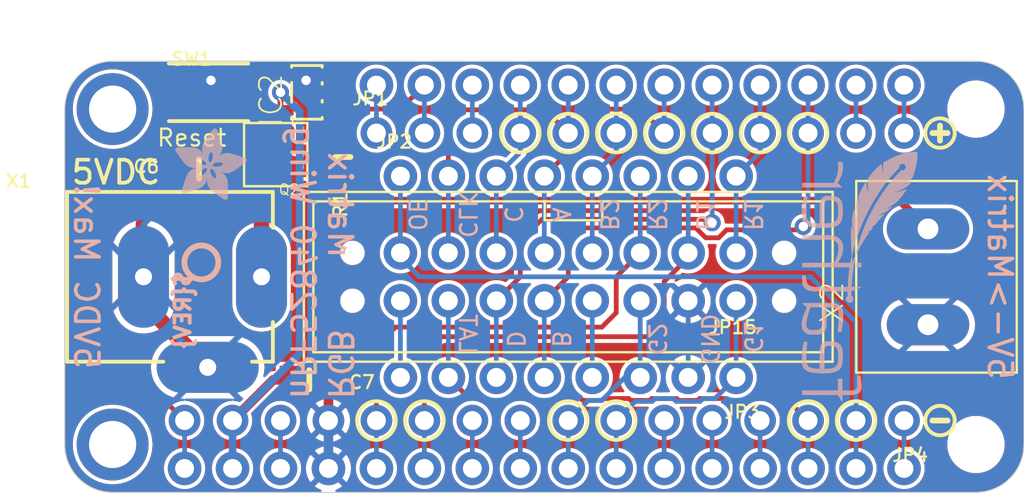
<source format=kicad_pcb>
(kicad_pcb (version 20221018) (generator pcbnew)
  (layers (0 "F.Cu" signal) (31 "B.Cu" signal) (34 "B.Paste" user) (35 "F.Paste" user) (36 "B.SilkS" user "B.Silkscreen") (37 "F.SilkS" user "F.Silkscreen") (38 "B.Mask" user) (39 "F.Mask" user) (44 "Edge.Cuts" user))
  (net 0 "")
  (net 1 "MISO")
  (net 2 "MOSI")
  (net 3 "SCK")
  (net 4 "RESET")
  (net 5 "VBAT")
  (net 6 "USB")
  (net 7 "SCL")
  (net 8 "SDA")
  (net 9 "GND")
  (net 10 "EN")
  (net 11 "G")
  (net 12 "AREF")
  (net 13 "R1")
  (net 14 "B1")
  (net 15 "R2")
  (net 16 "B2")
  (net 17 "ADDR_A")
  (net 18 "ADDR_C")
  (net 19 "LAT")
  (net 20 "G1")
  (net 21 "E'")
  (net 22 "E''")
  (net 23 "+5V")
  (net 24 "ADDR_B")
  (net 25 "CLK")
  (net 26 "OE")
  (net 27 "G2")
  (net 28 "ADDR_D")
  (net 29 "+3V3")
  (net 30 "VIN")
  (net 31 "A2")
  (net 32 "A3")
  (footprint "working:BTN_KMR2_4.6X2.8" (layer "F.Cu") (at 130.7211 95.2246)
    (fp_text reference "SW1" (at -2.032 -1.778) (layer "F.SilkS") (effects (font (size 0.692831 0.692831) (thickness 0.119969)) (justify left)))
    (fp_text value "KMR2")
    (pad "A" smd rect (at 2.05 -0.8) (size 0.9 0.9) (layers "F.Cu" "F.Paste" "F.Mask") (net 9 "GND"))
    (pad "A'" smd rect (at -2.05 -0.8) (size 0.9 0.9) (layers "F.Cu" "F.Paste" "F.Mask") (net 9 "GND"))
    (pad "B" smd rect (at 2.05 0.8) (size 0.9 0.9) (layers "F.Cu" "F.Paste" "F.Mask") (net 4 "RESET"))
    (pad "B'" smd rect (at -2.05 0.8) (size 0.9 0.9) (layers "F.Cu" "F.Paste" "F.Mask") (net 4 "RESET"))
  )
  (footprint "working:SOT23-5L" (layer "F.Cu") (at 135.9281 95.2246 90)
    (fp_text reference "IC2" (at -1.905 -1.905 90) (layer "F.SilkS") (effects (font (size 1.176528 1.176528) (thickness 0.093472)) (justify left)))
    (fp_text value "AP2112K-3.3")
    (pad "1" smd rect (at -0.95 1.3 90) (size 0.55 1.2) (layers "F.Cu" "F.Paste" "F.Mask") (net 23 "+5V"))
    (pad "2" smd rect (at 0 1.3 90) (size 0.55 1.2) (layers "F.Cu" "F.Paste" "F.Mask") (net 9 "GND"))
    (pad "3" smd rect (at 0.95 1.3 90) (size 0.55 1.2) (layers "F.Cu" "F.Paste" "F.Mask") (net 10 "EN"))
    (pad "4" smd rect (at 0.95 -1.3 90) (size 0.55 1.2) (layers "F.Cu" "F.Paste" "F.Mask"))
    (pad "5" smd rect (at -0.95 -1.3 90) (size 0.55 1.2) (layers "F.Cu" "F.Paste" "F.Mask") (net 29 "+3V3"))
  )
  (footprint "working:1X08_ROUND_70" (layer "F.Cu") (at 149.7711 110.3376 180)
    (fp_text reference "JP3" (at -10.2362 -1.8288) (layer "F.SilkS") (effects (font (size 0.692831 0.692831) (thickness 0.119969)) (justify right)))
    (fp_text value "")
    (pad "1" thru_hole circle (at -8.89 0 270) (size 1.778 1.778) (drill 1) (layers "*.Cu" "*.Mask") (net 20 "G1"))
    (pad "2" thru_hole circle (at -6.35 0 270) (size 1.778 1.778) (drill 1) (layers "*.Cu" "*.Mask") (net 9 "GND"))
    (pad "3" thru_hole circle (at -3.81 0 270) (size 1.778 1.778) (drill 1) (layers "*.Cu" "*.Mask") (net 27 "G2"))
    (pad "4" thru_hole circle (at -1.27 0 270) (size 1.778 1.778) (drill 1) (layers "*.Cu" "*.Mask") (net 21 "E'"))
    (pad "5" thru_hole circle (at 1.27 0 270) (size 1.778 1.778) (drill 1) (layers "*.Cu" "*.Mask") (net 24 "ADDR_B"))
    (pad "6" thru_hole circle (at 3.81 0 270) (size 1.778 1.778) (drill 1) (layers "*.Cu" "*.Mask") (net 28 "ADDR_D"))
    (pad "7" thru_hole circle (at 6.35 0 270) (size 1.778 1.778) (drill 1) (layers "*.Cu" "*.Mask") (net 19 "LAT"))
    (pad "8" thru_hole circle (at 8.89 0 270) (size 1.778 1.778) (drill 1) (layers "*.Cu" "*.Mask") (net 22 "E''"))
  )
  (footprint "working:2X08_SHROUDED" (layer "F.Cu") (at 149.7711 105.0036 180)
    (fp_text reference "JP15" (at -10.06 -2.675) (layer "F.SilkS") (effects (font (size 0.692831 0.692831) (thickness 0.119969)) (justify right)))
    (fp_text value "Shrouded 2x8")
    (pad "1" thru_hole circle (at -8.89 1.27 180) (size 1.778 1.778) (drill 1) (layers "*.Cu" "*.Mask") (net 13 "R1"))
    (pad "2" thru_hole circle (at -8.89 -1.27 180) (size 1.778 1.778) (drill 1) (layers "*.Cu" "*.Mask") (net 20 "G1"))
    (pad "3" thru_hole circle (at -6.35 1.27 180) (size 1.778 1.778) (drill 1) (layers "*.Cu" "*.Mask") (net 14 "B1"))
    (pad "4" thru_hole circle (at -6.35 -1.27 180) (size 1.778 1.778) (drill 1) (layers "*.Cu" "*.Mask") (net 9 "GND"))
    (pad "5" thru_hole circle (at -3.81 1.27 180) (size 1.778 1.778) (drill 1) (layers "*.Cu" "*.Mask") (net 15 "R2"))
    (pad "6" thru_hole circle (at -3.81 -1.27 180) (size 1.778 1.778) (drill 1) (layers "*.Cu" "*.Mask") (net 27 "G2"))
    (pad "7" thru_hole circle (at -1.27 1.27 180) (size 1.778 1.778) (drill 1) (layers "*.Cu" "*.Mask") (net 16 "B2"))
    (pad "8" thru_hole circle (at -1.27 -1.27 180) (size 1.778 1.778) (drill 1) (layers "*.Cu" "*.Mask") (net 21 "E'"))
    (pad "9" thru_hole circle (at 1.27 1.27 180) (size 1.778 1.778) (drill 1) (layers "*.Cu" "*.Mask") (net 17 "ADDR_A"))
    (pad "10" thru_hole circle (at 1.27 -1.27 180) (size 1.778 1.778) (drill 1) (layers "*.Cu" "*.Mask") (net 24 "ADDR_B"))
    (pad "11" thru_hole circle (at 3.81 1.27 180) (size 1.778 1.778) (drill 1) (layers "*.Cu" "*.Mask") (net 18 "ADDR_C"))
    (pad "12" thru_hole circle (at 3.81 -1.27 180) (size 1.778 1.778) (drill 1) (layers "*.Cu" "*.Mask") (net 28 "ADDR_D"))
    (pad "13" thru_hole circle (at 6.35 1.27 180) (size 1.778 1.778) (drill 1) (layers "*.Cu" "*.Mask") (net 25 "CLK"))
    (pad "14" thru_hole circle (at 6.35 -1.27 180) (size 1.778 1.778) (drill 1) (layers "*.Cu" "*.Mask") (net 19 "LAT"))
    (pad "15" thru_hole circle (at 8.89 1.27 180) (size 1.778 1.778) (drill 1) (layers "*.Cu" "*.Mask") (net 26 "OE"))
    (pad "16" thru_hole circle (at 8.89 -1.27 180) (size 1.778 1.778) (drill 1) (layers "*.Cu" "*.Mask") (net 22 "E''"))
  )
  (footprint "working:FIDUCIAL_1MM" (layer "F.Cu") (at 124.6251 110.7186)
    (fp_text reference "FID3" hide)
    (fp_text value "FIDUCIAL_1MM" hide)
    (pad "1" smd roundrect (at 0 0) (size 1 1) (layers "F.Cu" "F.Mask") (roundrect_rratio 0.5))
  )
  (footprint "working:FIDUCIAL_1MM" (layer "F.Cu") (at 171.9961 110.0836)
    (fp_text reference "FID1" hide)
    (fp_text value "FIDUCIAL_1MM" hide)
    (pad "1" smd roundrect (at 0 0) (size 1 1) (layers "F.Cu" "F.Mask") (roundrect_rratio 0.5))
  )
  (footprint "working:1X16_ROUND" (layer "F.Cu") (at 148.5011 112.6236 180)
    (fp_text reference "JP4" (at -20.3962 -1.8288) (layer "F.SilkS") (effects (font (size 0.692831 0.692831) (thickness 0.119969)) (justify right)))
    (fp_text value "")
    (pad "1" thru_hole circle (at -19.05 0 270) (size 1.6764 1.6764) (drill 1) (layers "*.Cu" "*.Mask") (net 11 "G"))
    (pad "2" thru_hole circle (at -16.51 0 270) (size 1.6764 1.6764) (drill 1) (layers "*.Cu" "*.Mask") (net 26 "OE"))
    (pad "3" thru_hole circle (at -13.97 0 270) (size 1.6764 1.6764) (drill 1) (layers "*.Cu" "*.Mask") (net 19 "LAT"))
    (pad "4" thru_hole circle (at -11.43 0 270) (size 1.6764 1.6764) (drill 1) (layers "*.Cu" "*.Mask") (net 1 "MISO"))
    (pad "5" thru_hole circle (at -8.89 0 270) (size 1.6764 1.6764) (drill 1) (layers "*.Cu" "*.Mask") (net 2 "MOSI"))
    (pad "6" thru_hole circle (at -6.35 0 270) (size 1.6764 1.6764) (drill 1) (layers "*.Cu" "*.Mask") (net 3 "SCK"))
    (pad "7" thru_hole circle (at -3.81 0 270) (size 1.6764 1.6764) (drill 1) (layers "*.Cu" "*.Mask") (net 20 "G1"))
    (pad "8" thru_hole circle (at -1.27 0 270) (size 1.6764 1.6764) (drill 1) (layers "*.Cu" "*.Mask") (net 27 "G2"))
    (pad "9" thru_hole circle (at 1.27 0 270) (size 1.6764 1.6764) (drill 1) (layers "*.Cu" "*.Mask") (net 32 "A3"))
    (pad "10" thru_hole circle (at 3.81 0 270) (size 1.6764 1.6764) (drill 1) (layers "*.Cu" "*.Mask") (net 31 "A2"))
    (pad "11" thru_hole circle (at 6.35 0 270) (size 1.6764 1.6764) (drill 1) (layers "*.Cu" "*.Mask") (net 14 "B1"))
    (pad "12" thru_hole circle (at 8.89 0 270) (size 1.6764 1.6764) (drill 1) (layers "*.Cu" "*.Mask") (net 15 "R2"))
    (pad "13" thru_hole circle (at 11.43 0 270) (size 1.6764 1.6764) (drill 1) (layers "*.Cu" "*.Mask") (net 9 "GND"))
    (pad "14" thru_hole circle (at 13.97 0 270) (size 1.6764 1.6764) (drill 1) (layers "*.Cu" "*.Mask") (net 12 "AREF"))
    (pad "15" thru_hole circle (at 16.51 0 270) (size 1.6764 1.6764) (drill 1) (layers "*.Cu" "*.Mask") (net 29 "+3V3"))
    (pad "16" thru_hole circle (at 19.05 0 270) (size 1.6764 1.6764) (drill 1) (layers "*.Cu" "*.Mask") (net 4 "RESET"))
  )
  (footprint "working:TERMBLOCK_508_1X2" (layer "F.Cu") (at 168.8211 105.0036 90)
    (fp_text reference "X2" (at -2.54 -5.08 90) (layer "F.SilkS") (effects (font (size 1.176528 1.176528) (thickness 0.093472)) (justify left)))
    (fp_text value "5.08mm" hide)
    (pad "P$3" thru_hole oval (at -2.54 0 180) (size 4.3688 2.1844) (drill 1.1) (layers "*.Cu" "*.Mask") (net 9 "GND"))
    (pad "P$4" thru_hole oval (at 2.54 0 180) (size 4.3688 2.1844) (drill 1.1) (layers "*.Cu" "*.Mask") (net 23 "+5V"))
  )
  (footprint "working:SYMBOL_MINUS" (layer "F.Cu") (at 169.4561 112.6236)
    (fp_text reference "U$6" hide)
    (fp_text value "" hide)
  )
  (footprint "working:POWERDI3333" (layer "F.Cu") (at 134.2771 98.5266 180)
    (fp_text reference "Q2" (at -1.3 -1.85) (layer "F.SilkS") (effects (font (size 0.545226 0.545226) (thickness 0.064374)) (justify right)))
    (fp_text value "AON7401")
    (pad "1" smd rect (at -1.7 -0.975 180) (size 0.7 0.42) (layers "F.Cu" "F.Paste" "F.Mask") (net 23 "+5V"))
    (pad "2" smd rect (at -1.7 -0.325 180) (size 0.7 0.42) (layers "F.Cu" "F.Paste" "F.Mask") (net 23 "+5V"))
    (pad "3" smd rect (at -1.7 0.325 180) (size 0.7 0.42) (layers "F.Cu" "F.Paste" "F.Mask") (net 23 "+5V"))
    (pad "4" smd rect (at -1.7 0.975 180) (size 0.7 0.42) (layers "F.Cu" "F.Paste" "F.Mask") (net 9 "GND"))
    (pad "5678" smd rect (at 0.75 0 90) (size 2.35 2.25) (layers "F.Cu" "F.Paste" "F.Mask") (net 30 "VIN"))
  )
  (footprint "working:DCJACK_2MM_PTH" (layer "F.Cu") (at 119.9261 105.0036)
    (fp_text reference "X1" (at 0 -5.08) (layer "F.SilkS") (effects (font (size 0.692831 0.692831) (thickness 0.119969)) (justify left)))
    (fp_text value "2.1mm")
    (pad "GND" thru_hole oval (at 7.35 0 270) (size 5.4 2.7) (drill 0.9) (layers "*.Cu" "*.Mask") (net 9 "GND"))
    (pad "GNDBREAK" thru_hole oval (at 10.75 4.8) (size 5.4 2.7) (drill 0.9) (layers "*.Cu" "*.Mask") (net 9 "GND"))
    (pad "PWR" thru_hole oval (at 13.6 0 270) (size 5.4 2.7) (drill 0.9) (layers "*.Cu" "*.Mask") (net 30 "VIN"))
  )
  (footprint "working:0603-NO" (layer "F.Cu") (at 137.8331 98.6536 -90)
    (fp_text reference "R1" (at 1.778 0.127 90) (layer "F.SilkS") (effects (font (size 0.692831 0.692831) (thickness 0.119969)) (justify right)))
    (fp_text value "10K")
    (pad "1" smd rect (at -0.85 0 270) (size 1.075 1) (layers "F.Cu" "F.Paste" "F.Mask") (net 10 "EN"))
    (pad "2" smd rect (at 0.85 0 270) (size 1.075 1) (layers "F.Cu" "F.Paste" "F.Mask") (net 23 "+5V"))
  )
  (footprint "" (layer "F.Cu") (at 138.3411 106.2736)
    (fp_text reference "@HOLE1" hide)
    (fp_text value "" (at 0 0) (layer "F.SilkS") (effects (font (size 1.27 1.27))))
    (pad "" np_thru_hole circle (at 0 0) (size 0.8 0.8) (drill 0.8) (layers "*.Cu" "*.Mask"))
  )
  (footprint "working:SYMBOL_PLUS" (layer "F.Cu") (at 169.4561 97.3836)
    (fp_text reference "U$1" hide)
    (fp_text value "" hide)
  )
  (footprint "working:FEATHERWING" (layer "F.Cu") (at 123.1011 116.4336)
    (fp_text reference "MS1" hide)
    (fp_text value "FEATHERWING" hide)
    (fp_line (start 0 -20.32) (end 0 -2.54) (stroke (width 0.05)) (layer "Edge.Cuts"))
    (fp_line (start 2.54 0) (end 48.26 0) (stroke (width 0.05)) (layer "Edge.Cuts"))
    (fp_line (start 48.26 -22.86) (end 2.54 -22.86) (stroke (width 0.05)) (layer "Edge.Cuts"))
    (fp_line (start 50.8 -2.54) (end 50.8 -20.32) (stroke (width 0.05)) (layer "Edge.Cuts"))
    (fp_arc (start 0 -20.32) (mid 0.743949 -22.116051) (end 2.54 -22.86) (stroke (width 0.05)) (layer "Edge.Cuts"))
    (fp_arc (start 2.54 0) (mid 0.743949 -0.743949) (end 0 -2.54) (stroke (width 0.05)) (layer "Edge.Cuts"))
    (fp_arc (start 48.26 -22.86) (mid 50.056051 -22.116051) (end 50.8 -20.32) (stroke (width 0.05)) (layer "Edge.Cuts"))
    (fp_arc (start 50.8 -2.54) (mid 50.056051 -0.743949) (end 48.26 0) (stroke (width 0.05)) (layer "Edge.Cuts"))
    (pad "" np_thru_hole circle (at 48.26 -20.32) (size 2.54 2.54) (drill 2.54) (layers "*.Cu" "*.Mask"))
    (pad "" np_thru_hole circle (at 48.26 -2.54) (size 2.54 2.54) (drill 2.54) (layers "*.Cu" "*.Mask"))
    (pad "1" thru_hole circle (at 6.35 -1.27) (size 1.778 1.778) (drill 1) (layers "*.Cu" "*.Mask") (net 4 "RESET"))
    (pad "2" thru_hole circle (at 8.89 -1.27) (size 1.778 1.778) (drill 1) (layers "*.Cu" "*.Mask") (net 29 "+3V3"))
    (pad "3" thru_hole circle (at 11.43 -1.27) (size 1.778 1.778) (drill 1) (layers "*.Cu" "*.Mask") (net 12 "AREF"))
    (pad "4" thru_hole circle (at 13.97 -1.27) (size 1.778 1.778) (drill 1) (layers "*.Cu" "*.Mask") (net 9 "GND"))
    (pad "5" thru_hole circle (at 16.51 -1.27) (size 1.778 1.778) (drill 1) (layers "*.Cu" "*.Mask") (net 15 "R2"))
    (pad "6" thru_hole circle (at 19.05 -1.27) (size 1.778 1.778) (drill 1) (layers "*.Cu" "*.Mask") (net 14 "B1"))
    (pad "7" thru_hole circle (at 21.59 -1.27) (size 1.778 1.778) (drill 1) (layers "*.Cu" "*.Mask") (net 31 "A2"))
    (pad "8" thru_hole circle (at 24.13 -1.27) (size 1.778 1.778) (drill 1) (layers "*.Cu" "*.Mask") (net 32 "A3"))
    (pad "9" thru_hole circle (at 26.67 -1.27) (size 1.778 1.778) (drill 1) (layers "*.Cu" "*.Mask") (net 27 "G2"))
    (pad "10" thru_hole circle (at 29.21 -1.27) (size 1.778 1.778) (drill 1) (layers "*.Cu" "*.Mask") (net 20 "G1"))
    (pad "11" thru_hole circle (at 31.75 -1.27) (size 1.778 1.778) (drill 1) (layers "*.Cu" "*.Mask") (net 3 "SCK"))
    (pad "12" thru_hole circle (at 34.29 -1.27) (size 1.778 1.778) (drill 1) (layers "*.Cu" "*.Mask") (net 2 "MOSI"))
    (pad "13" thru_hole circle (at 36.83 -1.27) (size 1.778 1.778) (drill 1) (layers "*.Cu" "*.Mask") (net 1 "MISO"))
    (pad "14" thru_hole circle (at 39.37 -1.27) (size 1.778 1.778) (drill 1) (layers "*.Cu" "*.Mask") (net 19 "LAT"))
    (pad "15" thru_hole circle (at 41.91 -1.27) (size 1.778 1.778) (drill 1) (layers "*.Cu" "*.Mask") (net 26 "OE"))
    (pad "16" thru_hole circle (at 44.45 -1.27) (size 1.778 1.778) (drill 1) (layers "*.Cu" "*.Mask") (net 11 "G"))
    (pad "17" thru_hole circle (at 44.45 -21.59) (size 1.778 1.778) (drill 1) (layers "*.Cu" "*.Mask") (net 8 "SDA"))
    (pad "18" thru_hole circle (at 41.91 -21.59) (size 1.778 1.778) (drill 1) (layers "*.Cu" "*.Mask") (net 7 "SCL"))
    (pad "19" thru_hole circle (at 39.37 -21.59) (size 1.778 1.778) (drill 1) (layers "*.Cu" "*.Mask") (net 24 "ADDR_B"))
    (pad "20" thru_hole circle (at 36.83 -21.59) (size 1.778 1.778) (drill 1) (layers "*.Cu" "*.Mask") (net 13 "R1"))
    (pad "21" thru_hole circle (at 34.29 -21.59) (size 1.778 1.778) (drill 1) (layers "*.Cu" "*.Mask") (net 28 "ADDR_D"))
    (pad "22" thru_hole circle (at 31.75 -21.59) (size 1.778 1.778) (drill 1) (layers "*.Cu" "*.Mask") (net 17 "ADDR_A"))
    (pad "23" thru_hole circle (at 29.21 -21.59) (size 1.778 1.778) (drill 1) (layers "*.Cu" "*.Mask") (net 16 "B2"))
    (pad "24" thru_hole circle (at 26.67 -21.59) (size 1.778 1.778) (drill 1) (layers "*.Cu" "*.Mask") (net 25 "CLK"))
    (pad "25" thru_hole circle (at 24.13 -21.59) (size 1.778 1.778) (drill 1) (layers "*.Cu" "*.Mask") (net 18 "ADDR_C"))
    (pad "26" thru_hole circle (at 21.59 -21.59) (size 1.778 1.778) (drill 1) (layers "*.Cu" "*.Mask") (net 6 "USB"))
    (pad "27" thru_hole circle (at 19.05 -21.59) (size 1.778 1.778) (drill 1) (layers "*.Cu" "*.Mask") (net 10 "EN"))
    (pad "28" thru_hole circle (at 16.51 -21.59) (size 1.778 1.778) (drill 1) (layers "*.Cu" "*.Mask") (net 5 "VBAT"))
    (pad "P$1" thru_hole circle (at 2.54 -20.32) (size 3.81 3.81) (drill 2.5) (layers "*.Cu" "*.Mask"))
    (pad "P$2" thru_hole circle (at 2.54 -2.54) (size 3.81 3.81) (drill 2.5) (layers "*.Cu" "*.Mask"))
  )
  (footprint "" (layer "F.Cu") (at 161.2011 103.7336)
    (fp_text reference "@HOLE2" hide)
    (fp_text value "" (at 0 0) (layer "F.SilkS") (effects (font (size 1.27 1.27))))
    (pad "" np_thru_hole circle (at 0 0) (size 0.8 0.8) (drill 0.8) (layers "*.Cu" "*.Mask"))
  )
  (footprint "working:1X12_ROUND" (layer "F.Cu") (at 153.5811 97.3836)
    (fp_text reference "JP1" (at -15.3162 -1.8288) (layer "F.SilkS") (effects (font (size 0.692831 0.692831) (thickness 0.119969)) (justify left)))
    (fp_text value "")
    (pad "1" thru_hole circle (at -13.97 0 90) (size 1.6764 1.6764) (drill 1) (layers "*.Cu" "*.Mask") (net 5 "VBAT"))
    (pad "2" thru_hole circle (at -11.43 0 90) (size 1.6764 1.6764) (drill 1) (layers "*.Cu" "*.Mask") (net 10 "EN"))
    (pad "3" thru_hole circle (at -8.89 0 90) (size 1.6764 1.6764) (drill 1) (layers "*.Cu" "*.Mask") (net 6 "USB"))
    (pad "4" thru_hole circle (at -6.35 0 90) (size 1.6764 1.6764) (drill 1) (layers "*.Cu" "*.Mask") (net 18 "ADDR_C"))
    (pad "5" thru_hole circle (at -3.81 0 90) (size 1.6764 1.6764) (drill 1) (layers "*.Cu" "*.Mask") (net 25 "CLK"))
    (pad "6" thru_hole circle (at -1.27 0 90) (size 1.6764 1.6764) (drill 1) (layers "*.Cu" "*.Mask") (net 16 "B2"))
    (pad "7" thru_hole circle (at 1.27 0 90) (size 1.6764 1.6764) (drill 1) (layers "*.Cu" "*.Mask") (net 17 "ADDR_A"))
    (pad "8" thru_hole circle (at 3.81 0 90) (size 1.6764 1.6764) (drill 1) (layers "*.Cu" "*.Mask") (net 28 "ADDR_D"))
    (pad "9" thru_hole circle (at 6.35 0 90) (size 1.6764 1.6764) (drill 1) (layers "*.Cu" "*.Mask") (net 13 "R1"))
    (pad "10" thru_hole circle (at 8.89 0 90) (size 1.6764 1.6764) (drill 1) (layers "*.Cu" "*.Mask") (net 24 "ADDR_B"))
    (pad "11" thru_hole circle (at 11.43 0 90) (size 1.6764 1.6764) (drill 1) (layers "*.Cu" "*.Mask") (net 7 "SCL"))
    (pad "12" thru_hole circle (at 13.97 0 90) (size 1.6764 1.6764) (drill 1) (layers "*.Cu" "*.Mask") (net 8 "SDA"))
  )
  (footprint "working:1X08_ROUND_70" (layer "F.Cu") (at 149.7711 99.6696)
    (fp_text reference "JP2" (at -10.2362 -1.8288) (layer "F.SilkS") (effects (font (size 0.692831 0.692831) (thickness 0.119969)) (justify left)))
    (fp_text value "")
    (pad "1" thru_hole circle (at -8.89 0 90) (size 1.778 1.778) (drill 1) (layers "*.Cu" "*.Mask") (net 26 "OE"))
    (pad "2" thru_hole circle (at -6.35 0 90) (size 1.778 1.778) (drill 1) (layers "*.Cu" "*.Mask") (net 25 "CLK"))
    (pad "3" thru_hole circle (at -3.81 0 90) (size 1.778 1.778) (drill 1) (layers "*.Cu" "*.Mask") (net 18 "ADDR_C"))
    (pad "4" thru_hole circle (at -1.27 0 90) (size 1.778 1.778) (drill 1) (layers "*.Cu" "*.Mask") (net 17 "ADDR_A"))
    (pad "5" thru_hole circle (at 1.27 0 90) (size 1.778 1.778) (drill 1) (layers "*.Cu" "*.Mask") (net 16 "B2"))
    (pad "6" thru_hole circle (at 3.81 0 90) (size 1.778 1.778) (drill 1) (layers "*.Cu" "*.Mask") (net 15 "R2"))
    (pad "7" thru_hole circle (at 6.35 0 90) (size 1.778 1.778) (drill 1) (layers "*.Cu" "*.Mask") (net 14 "B1"))
    (pad "8" thru_hole circle (at 8.89 0 90) (size 1.778 1.778) (drill 1) (layers "*.Cu" "*.Mask") (net 13 "R1"))
  )
  (footprint "" (layer "F.Cu") (at 138.3411 103.7336)
    (fp_text reference "@HOLE0" hide)
    (fp_text value "" (at 0 0) (layer "F.SilkS") (effects (font (size 1.27 1.27))))
    (pad "" np_thru_hole circle (at 0 0) (size 0.8 0.8) (drill 0.8) (layers "*.Cu" "*.Mask"))
  )
  (footprint "" (layer "F.Cu") (at 161.2011 106.2736)
    (fp_text reference "@HOLE3" hide)
    (fp_text value "" (at 0 0) (layer "F.SilkS") (effects (font (size 1.27 1.27))))
    (pad "" np_thru_hole circle (at 0 0) (size 0.8 0.8) (drill 0.8) (layers "*.Cu" "*.Mask"))
  )
  (footprint "working:0805-NO" (layer "F.Cu") (at 136.0551 110.4646)
    (fp_text reference "C7" (at 2.032 0.127) (layer "F.SilkS") (effects (font (size 0.692831 0.692831) (thickness 0.119969)) (justify left)))
    (fp_text value "10uF")
    (pad "1" smd rect (at -0.95 0) (size 1.24 1.5) (layers "F.Cu" "F.Paste" "F.Mask") (net 29 "+3V3"))
    (pad "2" smd rect (at 0.95 0) (size 1.24 1.5) (layers "F.Cu" "F.Paste" "F.Mask") (net 9 "GND"))
  )
  (footprint "working:0805-NO" (layer "F.Cu") (at 130.2131 99.2886 180)
    (fp_text reference "C6" (at 2.032 0.127) (layer "F.SilkS") (effects (font (size 0.692831 0.692831) (thickness 0.119969)) (justify right)))
    (fp_text value "10uF")
    (pad "1" smd rect (at -0.95 0 180) (size 1.24 1.5) (layers "F.Cu" "F.Paste" "F.Mask") (net 23 "+5V"))
    (pad "2" smd rect (at 0.95 0 180) (size 1.24 1.5) (layers "F.Cu" "F.Paste" "F.Mask") (net 9 "GND"))
  )
  (footprint "working:ADAFRUIT_3.5MM" (layer "B.Cu") (at 128.9431 100.9396 90)
    (fp_text reference "U$7" hide)
    (fp_text value "" hide)
  )
  (footprint "working:PCBFEAT-REV-040" (layer "B.Cu") (at 130.3401 104.2416 90)
    (fp_text reference "U$2" hide)
    (fp_text value "" hide)
    (fp_text user "${REV}" (at -0.3556 -0.508 270) (layer "B.SilkS") (effects (font (size 0.8128 0.8128) (thickness 0.2032)) (justify left bottom mirror)))
  )
  (footprint "working:FEATHERLOGO_SMALL" (layer "B.Cu") (at 162.0901 111.7346 90)
    (fp_text reference "U$3" hide)
    (fp_text value "" hide)
  )
  (gr_circle (center 162.4711 97.3836) (end 163.495006 97.3836) (stroke (width 0.2032)) (fill none) (layer "F.SilkS"))
  (gr_circle (center 157.3911 97.3836) (end 158.415006 97.3836) (stroke (width 0.2032)) (fill none) (layer "F.SilkS"))
  (gr_circle (center 162.4711 112.6236) (end 163.495006 112.6236) (stroke (width 0.2032)) (fill none) (layer "F.SilkS"))
  (gr_circle (center 147.2311 97.3836) (end 148.255006 97.3836) (stroke (width 0.2032)) (fill none) (layer "F.SilkS"))
  (gr_circle (center 149.7711 112.6236) (end 150.795006 112.6236) (stroke (width 0.2032)) (fill none) (layer "F.SilkS"))
  (gr_circle (center 139.6111 112.6236) (end 140.635006 112.6236) (stroke (width 0.2032)) (fill none) (layer "F.SilkS"))
  (gr_circle (center 142.1511 112.6236) (end 143.175006 112.6236) (stroke (width 0.2032)) (fill none) (layer "F.SilkS"))
  (gr_circle (center 152.3111 97.3836) (end 153.335006 97.3836) (stroke (width 0.2032)) (fill none) (layer "F.SilkS"))
  (gr_circle (center 152.3111 112.6236) (end 153.335006 112.6236) (stroke (width 0.2032)) (fill none) (layer "F.SilkS"))
  (gr_circle (center 154.8511 97.3836) (end 155.875006 97.3836) (stroke (width 0.2032)) (fill none) (layer "F.SilkS"))
  (gr_circle (center 149.7711 97.3836) (end 150.795006 97.3836) (stroke (width 0.2032)) (fill none) (layer "F.SilkS"))
  (gr_circle (center 165.0111 112.6236) (end 166.035006 112.6236) (stroke (width 0.2032)) (fill none) (layer "F.SilkS"))
  (gr_circle (center 159.9311 97.3836) (end 160.955006 97.3836) (stroke (width 0.2032)) (fill none) (layer "F.SilkS"))
  (gr_line (start 125.6411 93.5736) (end 171.3611 93.5736) (stroke (width 0.05)) (layer "Edge.Cuts"))
  (gr_line (start 171.3611 116.4336) (end 125.6411 116.4336) (stroke (width 0.05)) (layer "Edge.Cuts"))
  (gr_arc (start 125.6411 116.4336) (mid 123.845049 115.689651) (end 123.1011 113.8936) (stroke (width 0.05)) (layer "Edge.Cuts"))
  (gr_arc (start 173.9011 113.8936) (mid 173.157151 115.689651) (end 171.3611 116.4336) (stroke (width 0.05)) (layer "Edge.Cuts"))
  (gr_line (start 123.1011 113.8936) (end 123.1011 96.1136) (stroke (width 0.05)) (layer "Edge.Cuts"))
  (gr_arc (start 171.3611 93.5736) (mid 173.157151 94.317549) (end 173.9011 96.1136) (stroke (width 0.05)) (layer "Edge.Cuts"))
  (gr_arc (start 123.1011 96.1136) (mid 123.845049 94.317549) (end 125.6411 93.5736) (stroke (width 0.05)) (layer "Edge.Cuts"))
  (gr_line (start 173.9011 96.1136) (end 173.9011 113.8936) (stroke (width 0.05)) (layer "Edge.Cuts"))
  (gr_text "G2" (at 154.4701 108.3056 -90) (layer "B.SilkS") (effects (font (size 0.88392 0.88392) (thickness 0.13208)) (justify mirror)))
  (gr_text "D" (at 146.9771 108.3056 -90) (layer "B.SilkS") (effects (font (size 0.88392 0.88392) (thickness 0.13208)) (justify mirror)))
  (gr_text "GND" (at 157.2641 108.3056 -90) (layer "B.SilkS") (effects (font (size 0.88392 0.88392) (thickness 0.13208)) (justify mirror)))
  (gr_text "R2" (at 154.4701 101.7016 -90) (layer "B.SilkS") (effects (font (size 0.88392 0.88392) (thickness 0.13208)) (justify mirror)))
  (gr_text "RGB    Matrix\nnRF52840 Wing" (at 136.6901 111.6076 -90) (layer "B.SilkS") (effects (font (size 1.237488 1.237488) (thickness 0.184912)) (justify left mirror)))
  (gr_text "5VDC Max!" (at 124.2441 105.0036 -90) (layer "B.SilkS") (effects (font (size 1.237488 1.237488) (thickness 0.184912)) (justify mirror)))
  (gr_text "5V->Matrix" (at 172.6311 105.0036 -90) (layer "B.SilkS") (effects (font (size 1.237488 1.237488) (thickness 0.184912)) (justify mirror)))
  (gr_text "R1" (at 159.5501 101.7016 -90) (layer "B.SilkS") (effects (font (size 0.88392 0.88392) (thickness 0.13208)) (justify mirror)))
  (gr_text "B" (at 149.3901 108.3056 -90) (layer "B.SilkS") (effects (font (size 0.88392 0.88392) (thickness 0.13208)) (justify mirror)))
  (gr_text "B1" (at 157.0101 101.7016 -90) (layer "B.SilkS") (effects (font (size 0.88392 0.88392) (thickness 0.13208)) (justify mirror)))
  (gr_text "LAT" (at 144.4371 108.0516 -90) (layer "B.SilkS") (effects (font (size 0.88392 0.88392) (thickness 0.13208)) (justify mirror)))
  (gr_text "G1" (at 159.5501 108.1786 -90) (layer "B.SilkS") (effects (font (size 0.88392 0.88392) (thickness 0.13208)) (justify mirror)))
  (gr_text "CLK" (at 144.4371 101.7016 -90) (layer "B.SilkS") (effects (font (size 0.88392 0.88392) (thickness 0.13208)) (justify mirror)))
  (gr_text "B2" (at 151.9301 101.7016 -90) (layer "B.SilkS") (effects (font (size 0.88392 0.88392) (thickness 0.13208)) (justify mirror)))
  (gr_text "OE" (at 141.7701 101.7016 -90) (layer "B.SilkS") (effects (font (size 0.88392 0.88392) (thickness 0.13208)) (justify mirror)))
  (gr_text "C" (at 146.8501 101.7016 -90) (layer "B.SilkS") (effects (font (size 0.88392 0.88392) (thickness 0.13208)) (justify mirror)))
  (gr_text "A" (at 149.3901 101.7016 -90) (layer "B.SilkS") (effects (font (size 0.88392 0.88392) (thickness 0.13208)) (justify mirror)))
  (gr_text "5VDC" (at 123.3551 100.1776) (layer "F.SilkS") (effects (font (size 1.223264 1.223264) (thickness 0.199136)) (justify left bottom)))
  (gr_text "Reset" (at 129.8321 97.6376) (layer "F.SilkS") (effects (font (size 0.89408 0.89408) (thickness 0.12192))))
  (segment (start 159.9311 112.6236) (end 159.9311 115.1636) (width 0.254) (layer "B.Cu") (net 1))
  (segment (start 157.3911 112.6236) (end 157.3911 115.1636) (width 0.254) (layer "B.Cu") (net 2))
  (segment (start 154.8511 112.6236) (end 154.8511 115.1636) (width 0.254) (layer "B.Cu") (net 3))
  (segment (start 125.0061 100.8126) (end 128.6711 97.1476) (width 0.3048) (layer "F.Cu") (net 4))
  (segment (start 125.0061 108.1786) (end 125.0061 100.8126) (width 0.254) (layer "F.Cu") (net 4))
  (segment (start 128.6711 96.0246) (end 132.7711 96.0246) (width 0.254) (layer "F.Cu") (net 4))
  (segment (start 128.6711 97.1476) (end 128.6711 96.0246) (width 0.3048) (layer "F.Cu") (net 4))
  (segment (start 129.4511 112.6236) (end 125.0061 108.1786) (width 0.254) (layer "F.Cu") (net 4))
  (segment (start 129.4511 115.1636) (end 129.4511 112.6236) (width 0.254) (layer "B.Cu") (net 4))
  (segment (start 139.6111 94.8436) (end 139.6111 97.3836) (width 0.254) (layer "B.Cu") (net 5))
  (segment (start 144.6911 97.3836) (end 144.6911 94.8436) (width 0.254) (layer "B.Cu") (net 6))
  (segment (start 165.0111 97.3836) (end 165.0111 94.8436) (width 0.254) (layer "B.Cu") (net 7))
  (segment (start 167.5511 94.8436) (end 167.5511 97.3836) (width 0.254) (layer "B.Cu") (net 8))
  (segment (start 127.2761 106.4036) (end 127.2761 105.7686) (width 0.8128) (layer "F.Cu") (net 9))
  (segment (start 127.2761 105.0036) (end 127.1651 104.8926) (width 0.6096) (layer "F.Cu") (net 9))
  (segment (start 136.3091 95.2246) (end 135.8845 94.8) (width 0.4064) (layer "F.Cu") (net 9))
  (segment (start 127.1651 104.8926) (end 127.1651 102.2096) (width 0.6096) (layer "F.Cu") (net 9))
  (segment (start 129.2631 99.2886) (end 129.2631 100.1116) (width 0.4064) (layer "F.Cu") (net 9))
  (segment (start 135.9771 97.5516) (end 135.9771 97.4326) (width 0.3048) (layer "F.Cu") (net 9))
  (segment (start 136.3091 95.2246) (end 135.9281 95.6056) (width 0.3048) (layer "F.Cu") (net 9))
  (segment (start 130.8481 94.4246) (end 130.8481 94.5896) (width 0.3048) (layer "F.Cu") (net 9))
  (segment (start 135.9281 97.3836) (end 135.9281 95.6056) (width 0.3048) (layer "F.Cu") (net 9))
  (segment (start 127.1651 102.2096) (end 129.2631 100.1116) (width 0.4064) (layer "F.Cu") (net 9))
  (segment (start 135.9771 97.4326) (end 135.9281 97.3836) (width 0.3048) (layer "F.Cu") (net 9))
  (segment (start 137.0051 110.4646) (end 137.0711 110.5306) (width 0.254) (layer "F.Cu") (net 9))
  (segment (start 137.0711 110.5306) (end 137.0711 110.5916) (width 0.254) (layer "F.Cu") (net 9))
  (segment (start 132.7711 94.4246) (end 130.8481 94.4246) (width 0.254) (layer "F.Cu") (net 9))
  (segment (start 137.2281 95.2246) (end 136.3091 95.2246) (width 0.3048) (layer "F.Cu") (net 9))
  (segment (start 135.8845 94.8) (end 135.8845 94.5896) (width 0.4064) (layer "F.Cu") (net 9))
  (segment (start 137.0711 110.5916) (end 137.0711 112.6236) (width 0.508) (layer "F.Cu") (net 9))
  (segment (start 130.6761 109.8036) (end 127.2761 106.4036) (width 0.8128) (layer "F.Cu") (net 9))
  (segment (start 127.2761 105.7686) (end 127.2761 105.0036) (width 0.6096) (layer "F.Cu") (net 9))
  (segment (start 128.6711 94.4246) (end 130.8481 94.4246) (width 0.254) (layer "F.Cu") (net 9))
  (segment (start 132.9691 94.4246) (end 132.7711 94.4246) (width 0.3048) (layer "F.Cu") (net 9))
  (via (at 130.8481 94.5896) (size 0.9064) (drill 0.5) (layers "F.Cu" "B.Cu") (net 9))
  (via (at 135.8845 94.5896) (size 0.9064) (drill 0.5) (layers "F.Cu" "B.Cu") (net 9))
  (segment (start 127.2761 105.0036) (end 127.2761 102.228138) (width 0.3048) (layer "B.Cu") (net 9))
  (segment (start 127.2761 102.228138) (end 130.8481 98.656138) (width 0.3048) (layer "B.Cu") (net 9))
  (segment (start 135.8845 94.5896) (end 135.5035 94.2086) (width 0.4064) (layer "B.Cu") (net 9))
  (segment (start 156.1211 110.3376) (end 156.1211 106.2736) (width 0.254) (layer "B.Cu") (net 9))
  (segment (start 137.0711 115.1636) (end 137.0711 112.6236) (width 0.508) (layer "B.Cu") (net 9))
  (segment (start 135.5035 94.2086) (end 131.2291 94.2086) (width 0.4064) (layer "B.Cu") (net 9))
  (segment (start 130.8481 98.656138) (end 130.8481 94.5896) (width 0.3048) (layer "B.Cu") (net 9))
  (segment (start 131.2291 94.2086) (end 130.8481 94.5896) (width 0.4064) (layer "B.Cu") (net 9))
  (segment (start 138.3411 94.4626) (end 138.1531 94.2746) (width 0.254) (layer "F.Cu") (net 10))
  (segment (start 140.8811 96.1136) (end 138.9761 96.1136) (width 0.254) (layer "F.Cu") (net 10))
  (segment (start 138.9761 96.1136) (end 138.3411 95.4786) (width 0.254) (layer "F.Cu") (net 10))
  (segment (start 142.1511 94.8436) (end 140.8811 96.1136) (width 0.254) (layer "F.Cu") (net 10))
  (segment (start 138.3411 95.4786) (end 138.3411 94.4626) (width 0.254) (layer "F.Cu") (net 10))
  (segment (start 138.1531 94.2746) (end 137.2281 94.2746) (width 0.254) (layer "F.Cu") (net 10))
  (segment (start 138.9761 96.1136) (end 137.8331 97.2566) (width 0.254) (layer "F.Cu") (net 10))
  (segment (start 137.8331 97.2566) (end 137.8331 97.8036) (width 0.254) (layer "F.Cu") (net 10))
  (segment (start 142.1511 97.3836) (end 142.1511 94.8436) (width 0.254) (layer "B.Cu") (net 10))
  (segment (start 167.5511 112.6236) (end 167.5511 115.1636) (width 0.254) (layer "B.Cu") (net 11))
  (segment (start 134.5311 112.6236) (end 134.5311 115.1636) (width 0.254) (layer "B.Cu") (net 12))
  (segment (start 159.9311 97.3836) (end 159.9311 94.8436) (width 0.254) (layer "B.Cu") (net 13))
  (segment (start 159.9311 98.3996) (end 158.6611 99.6696) (width 0.254) (layer "B.Cu") (net 13))
  (segment (start 159.9311 97.3836) (end 159.9311 98.3996) (width 0.254) (layer "B.Cu") (net 13))
  (segment (start 158.6611 103.7336) (end 158.6611 99.6696) (width 0.254) (layer "B.Cu") (net 13))
  (segment (start 154.3431 108.1786) (end 154.8511 107.6706) (width 0.254) (layer "F.Cu") (net 14))
  (segment (start 154.8511 107.6706) (end 154.8511 105.2576) (width 0.254) (layer "F.Cu") (net 14))
  (segment (start 143.0401 108.1786) (end 154.3431 108.1786) (width 0.254) (layer "F.Cu") (net 14))
  (segment (start 154.8511 105.2576) (end 156.1211 103.9876) (width 0.254) (layer "F.Cu") (net 14))
  (segment (start 156.1211 103.9876) (end 156.1211 103.7336) (width 0.254) (layer "F.Cu") (net 14))
  (segment (start 142.1511 112.6236) (end 142.1511 109.0676) (width 0.254) (layer "F.Cu") (net 14))
  (segment (start 142.1511 109.0676) (end 143.0401 108.1786) (width 0.254) (layer "F.Cu") (net 14))
  (segment (start 142.1511 112.6236) (end 142.1511 115.1636) (width 0.254) (layer "B.Cu") (net 14))
  (segment (start 156.1211 103.7336) (end 156.1211 99.6696) (width 0.254) (layer "B.Cu") (net 14))
  (segment (start 139.6111 108.6866) (end 139.6111 112.6236) (width 0.254) (layer "F.Cu") (net 15))
  (segment (start 153.5811 103.7336) (end 152.3111 105.0036) (width 0.254) (layer "F.Cu") (net 15))
  (segment (start 152.3111 106.9086) (end 151.5491 107.6706) (width 0.254) (layer "F.Cu") (net 15))
  (segment (start 152.3111 105.0036) (end 152.3111 106.9086) (width 0.254) (layer "F.Cu") (net 15))
  (segment (start 151.5491 107.6706) (end 140.6271 107.6706) (width 0.254) (layer "F.Cu") (net 15))
  (segment (start 140.6271 107.6706) (end 139.6111 108.6866) (width 0.254) (layer "F.Cu") (net 15))
  (segment (start 153.5811 103.7336) (end 153.5811 99.6696) (width 0.254) (layer "B.Cu") (net 15))
  (segment (start 139.6111 112.6236) (end 139.6111 115.1636) (width 0.254) (layer "B.Cu") (net 15))
  (segment (start 152.3111 94.8436) (end 152.3111 97.3836) (width 0.254) (layer "B.Cu") (net 16))
  (segment (start 152.3111 97.3836) (end 152.3111 98.3996) (width 0.254) (layer "B.Cu") (net 16))
  (segment (start 152.3111 98.3996) (end 151.0411 99.6696) (width 0.254) (layer "B.Cu") (net 16))
  (segment (start 151.0411 103.7336) (end 151.0411 99.6696) (width 0.254) (layer "B.Cu") (net 16))
  (segment (start 151.0411 96.3676) (end 151.2951 96.1136) (width 0.254) (layer "F.Cu") (net 17))
  (segment (start 153.5811 96.1136) (end 154.8511 97.3836) (width 0.254) (layer "F.Cu") (net 17))
  (segment (start 151.2951 96.1136) (end 153.5811 96.1136) (width 0.254) (layer "F.Cu") (net 17))
  (segment (start 151.0411 97.8916) (end 151.0411 96.3676) (width 0.254) (layer "F.Cu") (net 17))
  (segment (start 148.5011 99.6696) (end 149.2631 98.9076) (width 0.254) (layer "F.Cu") (net 17))
  (segment (start 149.2631 98.9076) (end 150.0251 98.9076) (width 0.254) (layer "F.Cu") (net 17))
  (segment (start 150.0251 98.9076) (end 151.0411 97.8916) (width 0.254) (layer "F.Cu") (net 17))
  (segment (start 154.8511 97.3836) (end 154.8511 94.8436) (width 0.254) (layer "B.Cu") (net 17))
  (segment (start 148.5011 103.7336) (end 148.5011 99.6696) (width 0.254) (layer "B.Cu") (net 17))
  (segment (start 147.2311 98.3996) (end 145.9611 99.6696) (width 0.254) (layer "B.Cu") (net 18))
  (segment (start 145.9611 103.7336) (end 145.9611 99.6696) (width 0.254) (layer "B.Cu") (net 18))
  (segment (start 147.2311 94.8436) (end 147.2311 97.3836) (width 0.254) (layer "B.Cu") (net 18))
  (segment (start 147.2311 97.3836) (end 147.2311 98.3996) (width 0.254) (layer "B.Cu") (net 18))
  (segment (start 158.054487 111.4552) (end 158.156087 111.5568) (width 0.254) (layer "F.Cu") (net 19))
  (segment (start 145.252887 111.3536) (end 145.456087 111.5568) (width 0.254) (layer "F.Cu") (net 19))
  (segment (start 150.434487 111.4552) (end 150.536087 111.5568) (width 0.254) (layer "F.Cu") (net 19))
  (segment (start 151.546112 111.5568) (end 151.647712 111.4552) (width 0.254) (layer "F.Cu") (net 19))
  (segment (start 145.456087 111.5568) (end 146.466112 111.5568) (width 0.254) (layer "F.Cu") (net 19))
  (segment (start 154.187712 111.4552) (end 155.514487 111.4552) (width 0.254) (layer "F.Cu") (net 19))
  (segment (start 154.086112 111.5568) (end 154.187712 111.4552) (width 0.254) (layer "F.Cu") (net 19))
  (segment (start 155.514487 111.4552) (end 155.616087 111.5568) (width 0.254) (layer "F.Cu") (net 19))
  (segment (start 156.626112 111.5568) (end 156.727712 111.4552) (width 0.254) (layer "F.Cu") (net 19))
  (segment (start 146.466112 111.5568) (end 146.567712 111.4552) (width 0.254) (layer "F.Cu") (net 19))
  (segment (start 153.076087 111.5568) (end 154.086112 111.5568) (width 0.254) (layer "F.Cu") (net 19))
  (segment (start 159.166112 111.5568) (end 159.267712 111.4552) (width 0.254) (layer "F.Cu") (net 19))
  (segment (start 143.4211 110.3376) (end 144.4371 111.3536) (width 0.254) (layer "F.Cu") (net 19))
  (segment (start 152.974487 111.4552) (end 153.076087 111.5568) (width 0.254) (layer "F.Cu") (net 19))
  (segment (start 156.727712 111.4552) (end 158.054487 111.4552) (width 0.254) (layer "F.Cu") (net 19))
  (segment (start 146.567712 111.4552) (end 147.894487 111.4552) (width 0.254) (layer "F.Cu") (net 19))
  (segment (start 151.647712 111.4552) (end 152.974487 111.4552) (width 0.254) (layer "F.Cu") (net 19))
  (segment (start 149.107712 111.4552) (end 150.434487 111.4552) (width 0.254) (layer "F.Cu") (net 19))
  (segment (start 144.4371 111.3536) (end 145.252887 111.3536) (width 0.254) (layer "F.Cu") (net 19))
  (segment (start 155.616087 111.5568) (end 156.626112 111.5568) (width 0.254) (layer "F.Cu") (net 19))
  (segment (start 147.996087 111.5568) (end 149.006112 111.5568) (width 0.254) (layer "F.Cu") (net 19))
  (segment (start 158.156087 111.5568) (end 159.166112 111.5568) (width 0.254) (layer "F.Cu") (net 19))
  (segment (start 161.3027 111.4552) (end 162.4711 112.6236) (width 0.254) (layer "F.Cu") (net 19))
  (segment (start 149.006112 111.5568) (end 149.107712 111.4552) (width 0.254) (layer "F.Cu") (net 19))
  (segment (start 159.267712 111.4552) (end 161.3027 111.4552) (width 0.254) (layer "F.Cu") (net 19))
  (segment (start 150.536087 111.5568) (end 151.546112 111.5568) (width 0.254) (layer "F.Cu") (net 19))
  (segment (start 147.894487 111.4552) (end 147.996087 111.5568) (width 0.254) (layer "F.Cu") (net 19))
  (segment (start 143.4211 106.2736) (end 143.4211 110.3376) (width 0.254) (layer "B.Cu") (net 19))
  (segment (start 162.4711 112.6236) (end 162.4711 115.1636) (width 0.254) (layer "B.Cu") (net 19))
  (segment (start 154.367131 111.4552) (end 155.335068 111.4552) (width 0.254) (layer "B.Cu") (net 20))
  (segment (start 154.214731 111.6076) (end 154.367131 111.4552) (width 0.254) (layer "B.Cu") (net 20))
  (segment (start 152.3111 112.6236) (end 153.3271 111.6076) (width 0.254) (layer "B.Cu") (net 20))
  (segment (start 156.754731 111.6076) (end 156.907131 111.4552) (width 0.254) (layer "B.Cu") (net 20))
  (segment (start 158.6611 110.3376) (end 158.6611 106.2736) (width 0.254) (layer "B.Cu") (net 20))
  (segment (start 157.5435 111.4552) (end 158.6611 110.3376) (width 0.254) (layer "B.Cu") (net 20))
  (segment (start 153.3271 111.6076) (end 154.214731 111.6076) (width 0.254) (layer "B.Cu") (net 20))
  (segment (start 152.3111 112.6236) (end 152.3111 115.1636) (width 0.254) (layer "B.Cu") (net 20))
  (segment (start 156.907131 111.4552) (end 157.5435 111.4552) (width 0.254) (layer "B.Cu") (net 20))
  (segment (start 155.487468 111.6076) (end 156.754731 111.6076) (width 0.254) (layer "B.Cu") (net 20))
  (segment (start 155.335068 111.4552) (end 155.487468 111.6076) (width 0.254) (layer "B.Cu") (net 20))
  (segment (start 151.0411 110.3376) (end 151.0411 106.2736) (width 0.254) (layer "B.Cu") (net 21))
  (segment (start 140.8811 106.2736) (end 140.8811 110.3376) (width 0.254) (layer "B.Cu") (net 22))
  (segment (start 136.6827 97.772) (end 136.6901 97.7646) (width 0.3048) (layer "F.Cu") (net 23))
  (segment (start 135.0585 97.911) (end 135.3491 98.2016) (width 0.4064) (layer "F.Cu") (net 23))
  (segment (start 135.9771 99.5016) (end 137.8311 99.5016) (width 0.3048) (layer "F.Cu") (net 23))
  (segment (start 131.1631 99.2886) (end 131.3561 99.0956) (width 0.4064) (layer "F.Cu") (net 23))
  (segment (start 131.9911 96.8756) (end 132.147362 96.8756) (width 0.4064) (layer "F.Cu") (net 23))
  (segment (start 135.9771 99.5016) (end 135.9771 98.8516) (width 0.4064) (layer "F.Cu") (net 23))
  (segment (start 137.2281 96.2416) (end 136.8171 96.6526) (width 0.3048) (layer "F.Cu") (net 23))
  (segment (start 137.8331 99.5036) (end 137.8331 99.7966) (width 0.4064) (layer "F.Cu") (net 23))
  (segment (start 136.0615 98.1172) (end 136.474393 98.1172) (width 0.3048) (layer "F.Cu") (net 23))
  (segment (start 132.147362 96.8756) (end 132.152762 96.881) (width 0.4064) (layer "F.Cu") (net 23))
  (segment (start 137.2281 96.2416) (end 137.2281 96.1746) (width 0.3048) (layer "F.Cu") (net 23))
  (segment (start 134.756237 96.881) (end 135.0585 97.183263) (width 0.4064) (layer "F.Cu") (net 23))
  (segment (start 136.474393 98.1172) (end 136.6827 97.908894) (width 0.3048) (layer "F.Cu") (net 23))
  (segment (start 136.8171 96.6526) (end 136.6901 96.6526) (width 0.3048) (layer "F.Cu") (net 23))
  (segment (start 131.3561 99.0956) (end 131.3561 97.5106) (width 0.4064) (layer "F.Cu") (net 23))
  (segment (start 167.3225 100.965) (end 168.8211 102.4636) (width 0.4064) (layer "F.Cu") (net 23))
  (segment (start 135.9771 98.2016) (end 135.9771 98.8516) (width 0.4064) (layer "F.Cu") (net 23))
  (segment (start 135.3491 98.2016) (end 135.9771 98.2016) (width 0.4064) (layer "F.Cu") (net 23))
  (segment (start 131.3561 97.5106) (end 131.9911 96.8756) (width 0.4064) (layer "F.Cu") (net 23))
  (segment (start 137.8331 99.7966) (end 139.0015 100.965) (width 0.4064) (layer "F.Cu") (net 23))
  (segment (start 136.6827 97.908894) (end 136.6827 97.772) (width 0.3048) (layer "F.Cu") (net 23))
  (segment (start 136.6901 97.7646) (end 136.6901 96.6526) (width 0.3048) (layer "F.Cu") (net 23))
  (segment (start 135.0585 97.183263) (end 135.0585 97.911) (width 0.4064) (layer "F.Cu") (net 23))
  (segment (start 132.152762 96.881) (end 134.756237 96.881) (width 0.4064) (layer "F.Cu") (net 23))
  (segment (start 137.8311 99.5016) (end 137.8331 99.5036) (width 0.3048) (layer "F.Cu") (net 23))
  (segment (start 135.9771 98.2016) (end 136.0615 98.1172) (width 0.3048) (layer "F.Cu") (net 23))
  (segment (start 139.0015 100.965) (end 167.3225 100.965) (width 0.4064) (layer "F.Cu") (net 23))
  (segment (start 158.156087 102.5144) (end 162.0393 102.5144) (width 0.254) (layer "F.Cu") (net 24))
  (segment (start 162.0393 102.5144) (end 162.2171 102.3366) (width 0.254) (layer "F.Cu") (net 24))
  (segment (start 157.735493 102.934994) (end 158.156087 102.5144) (width 0.254) (layer "F.Cu") (net 24))
  (segment (start 149.7711 105.0036) (end 148.5011 106.2736) (width 0.254) (layer "F.Cu") (net 24))
  (segment (start 149.7711 103.1748) (end 150.5331 102.4128) (width 0.254) (layer "F.Cu") (net 24))
  (segment (start 149.7711 103.1748) (end 149.7711 105.0036) (width 0.254) (layer "F.Cu") (net 24))
  (segment (start 156.524512 102.4128) (end 157.046706 102.934994) (width 0.254) (layer "F.Cu") (net 24))
  (segment (start 157.046706 102.934994) (end 157.735493 102.934994) (width 0.254) (layer "F.Cu") (net 24))
  (segment (start 150.5331 102.4128) (end 156.524512 102.4128) (width 0.254) (layer "F.Cu") (net 24))
  (via (at 162.2171 102.3366) (size 0.9064) (drill 0.5) (layers "F.Cu" "B.Cu") (net 24))
  (segment (start 162.2171 102.3366) (end 162.4711 102.0826) (width 0.254) (layer "B.Cu") (net 24))
  (segment (start 162.4711 102.0826) (end 162.4711 97.3836) (width 0.254) (layer "B.Cu") (net 24))
  (segment (start 162.4711 94.8436) (end 162.4711 97.3836) (width 0.254) (layer "B.Cu") (net 24))
  (segment (start 148.5011 106.2736) (end 148.5011 110.3376) (width 0.254) (layer "B.Cu") (net 24))
  (segment (start 143.765493 96.150207) (end 148.537706 96.150207) (width 0.254) (layer "F.Cu") (net 25))
  (segment (start 143.4211 96.4946) (end 143.765493 96.150207) (width 0.254) (layer "F.Cu") (net 25))
  (segment (start 149.7711 97.3836) (end 148.537706 96.150207) (width 0.254) (layer "F.Cu") (net 25))
  (segment (start 143.4211 99.6696) (end 143.4211 96.4946) (width 0.254) (layer "F.Cu") (net 25))
  (segment (start 149.7711 97.3836) (end 149.7711 94.8436) (width 0.254) (layer "B.Cu") (net 25))
  (segment (start 143.4211 103.7336) (end 143.4211 99.6696) (width 0.254) (layer "B.Cu") (net 25))
  (segment (start 140.8811 99.6696) (end 140.8811 103.7336) (width 0.254) (layer "B.Cu") (net 26))
  (segment (start 140.8811 103.9876) (end 141.8971 105.0036) (width 0.254) (layer "B.Cu") (net 26))
  (segment (start 162.5981 105.0036) (end 165.0111 107.4166) (width 0.254) (layer "B.Cu") (net 26))
  (segment (start 141.8971 105.0036) (end 162.5981 105.0036) (width 0.254) (layer "B.Cu") (net 26))
  (segment (start 140.8811 103.7336) (end 140.8811 103.9876) (width 0.254) (layer "B.Cu") (net 26))
  (segment (start 165.0111 107.4166) (end 165.0111 112.6236) (width 0.254) (layer "B.Cu") (net 26))
  (segment (start 165.0111 112.6236) (end 165.0111 115.1636) (width 0.254) (layer "B.Cu") (net 26))
  (segment (start 149.7711 112.6236) (end 149.7711 115.1636) (width 0.254) (layer "B.Cu") (net 27))
  (segment (start 150.8379 111.5568) (end 151.546112 111.5568) (width 0.254) (layer "B.Cu") (net 27))
  (segment (start 151.546112 111.5568) (end 152.765312 110.3376) (width 0.254) (layer "B.Cu") (net 27))
  (segment (start 153.5811 110.3376) (end 153.5811 106.2736) (width 0.254) (layer "B.Cu") (net 27))
  (segment (start 152.765312 110.3376) (end 153.5811 110.3376) (width 0.254) (layer "B.Cu") (net 27))
  (segment (start 149.7711 112.6236) (end 150.8379 111.5568) (width 0.254) (layer "B.Cu") (net 27))
  (segment (start 148.3741 101.9556) (end 157.2093 101.9556) (width 0.254) (layer "F.Cu") (net 28))
  (segment (start 157.2093 101.9556) (end 157.3911 102.1374) (width 0.254) (layer "F.Cu") (net 28))
  (segment (start 145.9611 106.2736) (end 147.2311 105.0036) (width 0.254) (layer "F.Cu") (net 28))
  (segment (start 147.2311 105.0036) (end 147.2311 103.0986) (width 0.254) (layer "F.Cu") (net 28))
  (segment (start 147.2311 103.0986) (end 148.3741 101.9556) (width 0.254) (layer "F.Cu") (net 28))
  (via (at 157.3911 102.1374) (size 0.9064) (drill 0.5) (layers "F.Cu" "B.Cu") (net 28))
  (segment (start 157.3911 102.1374) (end 157.3911 97.3836) (width 0.254) (layer "B.Cu") (net 28))
  (segment (start 145.9611 110.3376) (end 145.9611 106.2736) (width 0.254) (layer "B.Cu") (net 28))
  (segment (start 157.3911 94.8436) (end 157.3911 97.3836) (width 0.254) (layer "B.Cu") (net 28))
  (segment (start 134.5311 96.0776) (end 134.5311 95.2246) (width 0.3048) (layer "F.Cu") (net 29))
  (segment (start 135.1051 110.4646) (end 134.1501 110.4646) (width 0.508) (layer "F.Cu") (net 29))
  (segment (start 134.1501 110.4646) (end 131.9911 112.6236) (width 0.508) (layer "F.Cu") (net 29))
  (segment (start 134.6281 96.1746) (end 134.5311 96.0776) (width 0.3048) (layer "F.Cu") (net 29))
  (via (at 134.5311 95.2246) (size 0.9064) (drill 0.5) (layers "F.Cu" "B.Cu") (net 29))
  (segment (start 135.5471 96.2406) (end 134.5311 95.2246) (width 0.4064) (layer "B.Cu") (net 29))
  (segment (start 131.9911 112.6236) (end 131.9911 115.1636) (width 0.4064) (layer "B.Cu") (net 29))
  (segment (start 131.9911 112.6236) (end 135.5471 109.0676) (width 0.4064) (layer "B.Cu") (net 29))
  (segment (start 135.5471 109.0676) (end 135.5471 96.2406) (width 0.4064) (layer "B.Cu") (net 29))
  (segment (start 133.5261 105.0036) (end 133.5261 98.5276) (width 0.8128) (layer "F.Cu") (net 30))
  (segment (start 133.5261 98.5276) (end 133.5271 98.5266) (width 0.8128) (layer "F.Cu") (net 30))
  (segment (start 144.6911 112.6236) (end 144.6911 115.1636) (width 0.254) (layer "B.Cu") (net 31))
  (segment (start 147.2311 112.6236) (end 147.2311 115.1636) (width 0.254) (layer "B.Cu") (net 32))
  (zone (net 9) (net_name "GND") (layer "F.Cu") (priority 6) (connect_pads (clearance 0.000001)) (min_thickness 0.127) (fill yes (thermal_gap 0.304) (thermal_bridge_width 0.304))
    (polygon (pts (xy 173.9011 116.5606) (xy 122.9741 116.5606) (xy 122.9741 93.4466) (xy 173.9011 93.4466)))
  )
  (zone (net 9) (net_name "GND") (layer "B.Cu") (priority 6) (connect_pads (clearance 0.000001)) (min_thickness 0.127) (fill yes (thermal_gap 0.304) (thermal_bridge_width 0.304))
    (polygon (pts (xy 173.9011 116.5606) (xy 122.9741 116.5606) (xy 122.9741 93.4466) (xy 173.9011 93.4466)))
  )
)
</source>
